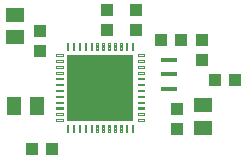
<source format=gbr>
G04 EAGLE Gerber RS-274X export*
G75*
%MOMM*%
%FSLAX34Y34*%
%LPD*%
%INSolderpaste Bottom*%
%IPPOS*%
%AMOC8*
5,1,8,0,0,1.08239X$1,22.5*%
G01*
%ADD10R,1.000000X1.100000*%
%ADD11R,1.500000X1.300000*%
%ADD12C,0.124994*%
%ADD13R,5.699988X5.699988*%
%ADD14R,1.399997X0.400000*%
%ADD15R,1.100000X1.000000*%
%ADD16R,1.300000X1.500000*%


D10*
X432090Y369521D03*
X432090Y386521D03*
D11*
X433333Y312154D03*
X433333Y331154D03*
D12*
X377827Y373077D02*
X377827Y374327D01*
X383577Y374327D01*
X383577Y373077D01*
X377827Y373077D01*
X377827Y374264D02*
X383577Y374264D01*
X377827Y369327D02*
X377827Y368077D01*
X377827Y369327D02*
X383577Y369327D01*
X383577Y368077D01*
X377827Y368077D01*
X377827Y369264D02*
X383577Y369264D01*
X377827Y364327D02*
X377827Y363077D01*
X377827Y364327D02*
X383577Y364327D01*
X383577Y363077D01*
X377827Y363077D01*
X377827Y364264D02*
X383577Y364264D01*
X377827Y359327D02*
X377827Y358077D01*
X377827Y359327D02*
X383577Y359327D01*
X383577Y358077D01*
X377827Y358077D01*
X377827Y359264D02*
X383577Y359264D01*
X377827Y354327D02*
X377827Y353077D01*
X377827Y354327D02*
X383577Y354327D01*
X383577Y353077D01*
X377827Y353077D01*
X377827Y354264D02*
X383577Y354264D01*
X377827Y349327D02*
X377827Y348077D01*
X377827Y349327D02*
X383577Y349327D01*
X383577Y348077D01*
X377827Y348077D01*
X377827Y349264D02*
X383577Y349264D01*
X377827Y344327D02*
X377827Y343077D01*
X377827Y344327D02*
X383577Y344327D01*
X383577Y343077D01*
X377827Y343077D01*
X377827Y344264D02*
X383577Y344264D01*
X377827Y339327D02*
X377827Y338077D01*
X377827Y339327D02*
X383577Y339327D01*
X383577Y338077D01*
X377827Y338077D01*
X377827Y339264D02*
X383577Y339264D01*
X377827Y334327D02*
X377827Y333077D01*
X377827Y334327D02*
X383577Y334327D01*
X383577Y333077D01*
X377827Y333077D01*
X377827Y334264D02*
X383577Y334264D01*
X377827Y329327D02*
X377827Y328077D01*
X377827Y329327D02*
X383577Y329327D01*
X383577Y328077D01*
X377827Y328077D01*
X377827Y329264D02*
X383577Y329264D01*
X377827Y324327D02*
X377827Y323077D01*
X377827Y324327D02*
X383577Y324327D01*
X383577Y323077D01*
X377827Y323077D01*
X377827Y324264D02*
X383577Y324264D01*
X377827Y319327D02*
X377827Y318077D01*
X377827Y319327D02*
X383577Y319327D01*
X383577Y318077D01*
X377827Y318077D01*
X377827Y319264D02*
X383577Y319264D01*
X374327Y314577D02*
X373077Y314577D01*
X374327Y314577D02*
X374327Y308827D01*
X373077Y308827D01*
X373077Y314577D01*
X373077Y310014D02*
X374327Y310014D01*
X374327Y311201D02*
X373077Y311201D01*
X373077Y312388D02*
X374327Y312388D01*
X374327Y313575D02*
X373077Y313575D01*
X369327Y314577D02*
X368077Y314577D01*
X369327Y314577D02*
X369327Y308827D01*
X368077Y308827D01*
X368077Y314577D01*
X368077Y310014D02*
X369327Y310014D01*
X369327Y311201D02*
X368077Y311201D01*
X368077Y312388D02*
X369327Y312388D01*
X369327Y313575D02*
X368077Y313575D01*
X364327Y314577D02*
X363077Y314577D01*
X364327Y314577D02*
X364327Y308827D01*
X363077Y308827D01*
X363077Y314577D01*
X363077Y310014D02*
X364327Y310014D01*
X364327Y311201D02*
X363077Y311201D01*
X363077Y312388D02*
X364327Y312388D01*
X364327Y313575D02*
X363077Y313575D01*
X359327Y314577D02*
X358077Y314577D01*
X359327Y314577D02*
X359327Y308827D01*
X358077Y308827D01*
X358077Y314577D01*
X358077Y310014D02*
X359327Y310014D01*
X359327Y311201D02*
X358077Y311201D01*
X358077Y312388D02*
X359327Y312388D01*
X359327Y313575D02*
X358077Y313575D01*
X354327Y314577D02*
X353077Y314577D01*
X354327Y314577D02*
X354327Y308827D01*
X353077Y308827D01*
X353077Y314577D01*
X353077Y310014D02*
X354327Y310014D01*
X354327Y311201D02*
X353077Y311201D01*
X353077Y312388D02*
X354327Y312388D01*
X354327Y313575D02*
X353077Y313575D01*
X349327Y314577D02*
X348077Y314577D01*
X349327Y314577D02*
X349327Y308827D01*
X348077Y308827D01*
X348077Y314577D01*
X348077Y310014D02*
X349327Y310014D01*
X349327Y311201D02*
X348077Y311201D01*
X348077Y312388D02*
X349327Y312388D01*
X349327Y313575D02*
X348077Y313575D01*
X344327Y314577D02*
X343077Y314577D01*
X344327Y314577D02*
X344327Y308827D01*
X343077Y308827D01*
X343077Y314577D01*
X343077Y310014D02*
X344327Y310014D01*
X344327Y311201D02*
X343077Y311201D01*
X343077Y312388D02*
X344327Y312388D01*
X344327Y313575D02*
X343077Y313575D01*
X339327Y314577D02*
X338077Y314577D01*
X339327Y314577D02*
X339327Y308827D01*
X338077Y308827D01*
X338077Y314577D01*
X338077Y310014D02*
X339327Y310014D01*
X339327Y311201D02*
X338077Y311201D01*
X338077Y312388D02*
X339327Y312388D01*
X339327Y313575D02*
X338077Y313575D01*
X334327Y314577D02*
X333077Y314577D01*
X334327Y314577D02*
X334327Y308827D01*
X333077Y308827D01*
X333077Y314577D01*
X333077Y310014D02*
X334327Y310014D01*
X334327Y311201D02*
X333077Y311201D01*
X333077Y312388D02*
X334327Y312388D01*
X334327Y313575D02*
X333077Y313575D01*
X329327Y314577D02*
X328077Y314577D01*
X329327Y314577D02*
X329327Y308827D01*
X328077Y308827D01*
X328077Y314577D01*
X328077Y310014D02*
X329327Y310014D01*
X329327Y311201D02*
X328077Y311201D01*
X328077Y312388D02*
X329327Y312388D01*
X329327Y313575D02*
X328077Y313575D01*
X324327Y314577D02*
X323077Y314577D01*
X324327Y314577D02*
X324327Y308827D01*
X323077Y308827D01*
X323077Y314577D01*
X323077Y310014D02*
X324327Y310014D01*
X324327Y311201D02*
X323077Y311201D01*
X323077Y312388D02*
X324327Y312388D01*
X324327Y313575D02*
X323077Y313575D01*
X319327Y314577D02*
X318077Y314577D01*
X319327Y314577D02*
X319327Y308827D01*
X318077Y308827D01*
X318077Y314577D01*
X318077Y310014D02*
X319327Y310014D01*
X319327Y311201D02*
X318077Y311201D01*
X318077Y312388D02*
X319327Y312388D01*
X319327Y313575D02*
X318077Y313575D01*
X314577Y318077D02*
X314577Y319327D01*
X314577Y318077D02*
X308827Y318077D01*
X308827Y319327D01*
X314577Y319327D01*
X314577Y319264D02*
X308827Y319264D01*
X314577Y323077D02*
X314577Y324327D01*
X314577Y323077D02*
X308827Y323077D01*
X308827Y324327D01*
X314577Y324327D01*
X314577Y324264D02*
X308827Y324264D01*
X314577Y328077D02*
X314577Y329327D01*
X314577Y328077D02*
X308827Y328077D01*
X308827Y329327D01*
X314577Y329327D01*
X314577Y329264D02*
X308827Y329264D01*
X314577Y333077D02*
X314577Y334327D01*
X314577Y333077D02*
X308827Y333077D01*
X308827Y334327D01*
X314577Y334327D01*
X314577Y334264D02*
X308827Y334264D01*
X314577Y338077D02*
X314577Y339327D01*
X314577Y338077D02*
X308827Y338077D01*
X308827Y339327D01*
X314577Y339327D01*
X314577Y339264D02*
X308827Y339264D01*
X314577Y343077D02*
X314577Y344327D01*
X314577Y343077D02*
X308827Y343077D01*
X308827Y344327D01*
X314577Y344327D01*
X314577Y344264D02*
X308827Y344264D01*
X314577Y348077D02*
X314577Y349327D01*
X314577Y348077D02*
X308827Y348077D01*
X308827Y349327D01*
X314577Y349327D01*
X314577Y349264D02*
X308827Y349264D01*
X314577Y353077D02*
X314577Y354327D01*
X314577Y353077D02*
X308827Y353077D01*
X308827Y354327D01*
X314577Y354327D01*
X314577Y354264D02*
X308827Y354264D01*
X314577Y358077D02*
X314577Y359327D01*
X314577Y358077D02*
X308827Y358077D01*
X308827Y359327D01*
X314577Y359327D01*
X314577Y359264D02*
X308827Y359264D01*
X314577Y363077D02*
X314577Y364327D01*
X314577Y363077D02*
X308827Y363077D01*
X308827Y364327D01*
X314577Y364327D01*
X314577Y364264D02*
X308827Y364264D01*
X314577Y368077D02*
X314577Y369327D01*
X314577Y368077D02*
X308827Y368077D01*
X308827Y369327D01*
X314577Y369327D01*
X314577Y369264D02*
X308827Y369264D01*
X314577Y373077D02*
X314577Y374327D01*
X314577Y373077D02*
X308827Y373077D01*
X308827Y374327D01*
X314577Y374327D01*
X314577Y374264D02*
X308827Y374264D01*
X318077Y377827D02*
X319327Y377827D01*
X318077Y377827D02*
X318077Y383577D01*
X319327Y383577D01*
X319327Y377827D01*
X319327Y379014D02*
X318077Y379014D01*
X318077Y380201D02*
X319327Y380201D01*
X319327Y381388D02*
X318077Y381388D01*
X318077Y382575D02*
X319327Y382575D01*
X323077Y377827D02*
X324327Y377827D01*
X323077Y377827D02*
X323077Y383577D01*
X324327Y383577D01*
X324327Y377827D01*
X324327Y379014D02*
X323077Y379014D01*
X323077Y380201D02*
X324327Y380201D01*
X324327Y381388D02*
X323077Y381388D01*
X323077Y382575D02*
X324327Y382575D01*
X328077Y377827D02*
X329327Y377827D01*
X328077Y377827D02*
X328077Y383577D01*
X329327Y383577D01*
X329327Y377827D01*
X329327Y379014D02*
X328077Y379014D01*
X328077Y380201D02*
X329327Y380201D01*
X329327Y381388D02*
X328077Y381388D01*
X328077Y382575D02*
X329327Y382575D01*
X333077Y377827D02*
X334327Y377827D01*
X333077Y377827D02*
X333077Y383577D01*
X334327Y383577D01*
X334327Y377827D01*
X334327Y379014D02*
X333077Y379014D01*
X333077Y380201D02*
X334327Y380201D01*
X334327Y381388D02*
X333077Y381388D01*
X333077Y382575D02*
X334327Y382575D01*
X338077Y377827D02*
X339327Y377827D01*
X338077Y377827D02*
X338077Y383577D01*
X339327Y383577D01*
X339327Y377827D01*
X339327Y379014D02*
X338077Y379014D01*
X338077Y380201D02*
X339327Y380201D01*
X339327Y381388D02*
X338077Y381388D01*
X338077Y382575D02*
X339327Y382575D01*
X343077Y377827D02*
X344327Y377827D01*
X343077Y377827D02*
X343077Y383577D01*
X344327Y383577D01*
X344327Y377827D01*
X344327Y379014D02*
X343077Y379014D01*
X343077Y380201D02*
X344327Y380201D01*
X344327Y381388D02*
X343077Y381388D01*
X343077Y382575D02*
X344327Y382575D01*
X348077Y377827D02*
X349327Y377827D01*
X348077Y377827D02*
X348077Y383577D01*
X349327Y383577D01*
X349327Y377827D01*
X349327Y379014D02*
X348077Y379014D01*
X348077Y380201D02*
X349327Y380201D01*
X349327Y381388D02*
X348077Y381388D01*
X348077Y382575D02*
X349327Y382575D01*
X353077Y377827D02*
X354327Y377827D01*
X353077Y377827D02*
X353077Y383577D01*
X354327Y383577D01*
X354327Y377827D01*
X354327Y379014D02*
X353077Y379014D01*
X353077Y380201D02*
X354327Y380201D01*
X354327Y381388D02*
X353077Y381388D01*
X353077Y382575D02*
X354327Y382575D01*
X358077Y377827D02*
X359327Y377827D01*
X358077Y377827D02*
X358077Y383577D01*
X359327Y383577D01*
X359327Y377827D01*
X359327Y379014D02*
X358077Y379014D01*
X358077Y380201D02*
X359327Y380201D01*
X359327Y381388D02*
X358077Y381388D01*
X358077Y382575D02*
X359327Y382575D01*
X363077Y377827D02*
X364327Y377827D01*
X363077Y377827D02*
X363077Y383577D01*
X364327Y383577D01*
X364327Y377827D01*
X364327Y379014D02*
X363077Y379014D01*
X363077Y380201D02*
X364327Y380201D01*
X364327Y381388D02*
X363077Y381388D01*
X363077Y382575D02*
X364327Y382575D01*
X368077Y377827D02*
X369327Y377827D01*
X368077Y377827D02*
X368077Y383577D01*
X369327Y383577D01*
X369327Y377827D01*
X369327Y379014D02*
X368077Y379014D01*
X368077Y380201D02*
X369327Y380201D01*
X369327Y381388D02*
X368077Y381388D01*
X368077Y382575D02*
X369327Y382575D01*
X373077Y377827D02*
X374327Y377827D01*
X373077Y377827D02*
X373077Y383577D01*
X374327Y383577D01*
X374327Y377827D01*
X374327Y379014D02*
X373077Y379014D01*
X373077Y380201D02*
X374327Y380201D01*
X374327Y381388D02*
X373077Y381388D01*
X373077Y382575D02*
X374327Y382575D01*
D13*
X346202Y346202D03*
D14*
X404335Y369360D03*
X404335Y357360D03*
X404335Y345360D03*
D15*
X352100Y411972D03*
X352100Y394972D03*
D16*
X292319Y330642D03*
X273319Y330642D03*
D11*
X273873Y388889D03*
X273873Y407889D03*
D10*
X411076Y310694D03*
X411076Y327694D03*
X376677Y394870D03*
X376677Y411870D03*
X295476Y377115D03*
X295476Y394115D03*
D15*
X288568Y293909D03*
X305568Y293909D03*
X397659Y386474D03*
X414659Y386474D03*
D10*
X460097Y352207D03*
X443097Y352207D03*
M02*

</source>
